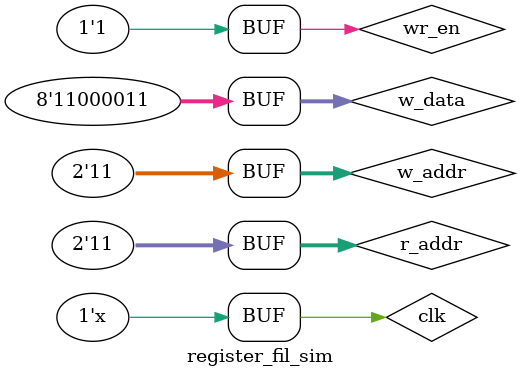
<source format=v>
`timescale 1ns / 1ps


module register_fil_sim
    ();
    reg clk;
          reg wr_en;
          reg [1:0] w_addr, r_addr;
          reg [7:0] w_data;
          wire [7:0] r_data;
    
    register_file dut
    (
    .clk(clk), .wr_en(wr_en), .w_addr(w_addr), .r_addr(r_addr), .w_data(w_data), .r_data(r_data)
    );
    
    initial clk = 0;
    always  #5 begin clk = ~clk; end
    
    initial 
    begin 
     wr_en = 1'b0; #5 wr_en = 1'b1;
    
    #10  w_addr = 2'b00; w_data = 8'b1010_1100;
    #10  w_addr = 2'b01; w_data = 8'b1111_0000;
    #10  w_addr = 2'b10; w_data = 8'b0000_1111;
    #10 w_addr = 2'b11; w_data = 8'b1100_0011;
    
    
     #10  r_addr = 2'b00;
     #10 r_addr = 2'b01;
     #10  r_addr = 2'b10;
     #10 r_addr = 2'b11; 
     
              
    
    end
        
endmodule

</source>
